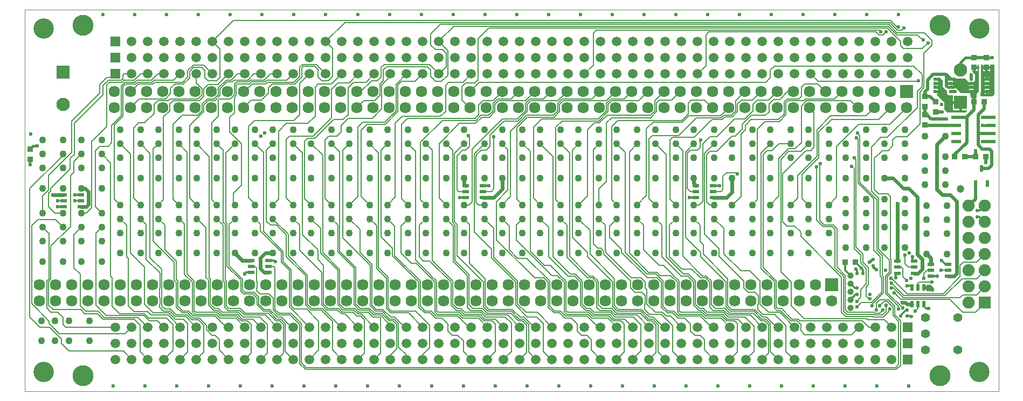
<source format=gbr>
G04 ================== begin FILE IDENTIFICATION RECORD ==================*
G04 Layout Name:  C:/NOW_WORK/VoloKh/CPI2/MAIN/BRD/CPI2_MAIN.brd*
G04 Film Name:    BOTTOM*
G04 File Format:  Gerber RS274X*
G04 File Origin:  Cadence Allegro 17.2-S074*
G04 Origin Date:  Tue Mar 30 10:27:56 2021*
G04 *
G04 Layer:  BOARD GEOMETRY/OUTLINE*
G04 Layer:  ETCH/BOTTOM*
G04 Layer:  PIN/BOTTOM*
G04 Layer:  VIA CLASS/BOTTOM*
G04 *
G04 Offset:    (0.0000 0.0000)*
G04 Mirror:    No*
G04 Mode:      Positive*
G04 Rotation:  0*
G04 FullContactRelief:  No*
G04 UndefLineWidth:     0.1000*
G04 ================== end FILE IDENTIFICATION RECORD ====================*
%FSLAX25Y25*MOMM*%
%IR0*IPPOS*OFA0.00000B0.00000*MIA0B0*SFA1.00000B1.00000*%
%ADD16R,1.1X.6*%
%ADD25R,.6X1.1*%
%ADD28R,.6X1.05*%
%ADD29R,1.55X.6*%
%ADD14C,.6*%
%ADD23C,.55*%
%ADD13R,.9X.9*%
%ADD22C,1.*%
%ADD11C,1.1*%
%ADD27C,1.2*%
%ADD17C,2.1*%
%ADD24C,1.4*%
%ADD10C,3.2*%
%ADD19C,1.5*%
%ADD15C,3.3*%
%ADD21R,2.X2.*%
%ADD26C,1.9*%
%ADD18R,2.1X2.1*%
%ADD20R,1.5X1.5*%
%ADD30R,.49X.47*%
%ADD31R,1.9X1.9*%
%ADD12C,1.79*%
%ADD32C,.3*%
%ADD33C,.4*%
%ADD34C,.5*%
%ADD35C,.15*%
%ADD36C,.1*%
%ADD37R,.7444X2.6744*%
G75*
%LPD*%
G75*
G36*
G01X14167720Y1570000D02*
Y1675000D01*
X14230000D01*
X14285000Y1620000D01*
Y1570000D01*
X14167720D01*
G37*
G36*
G01X14495000Y4380000D02*
X14445000Y4430000D01*
Y4489310D01*
X14445510Y4490360D01*
G03Y4529640I-40510J19640D01*
G01X14445000Y4530690D01*
Y4540000D01*
X14326060Y4658940D01*
G02X14333250Y4676280I7188J7180D01*
G01X14341720D01*
Y4930000D01*
X14375000D01*
X14420000Y4885000D01*
Y4790000D01*
X14485000Y4725000D01*
Y4680000D01*
X14510000Y4655000D01*
X14579980D01*
Y4419980D01*
X14805000D01*
Y4405000D01*
X14780000Y4380000D01*
X14495000D01*
G37*
G36*
G01X14860000Y4612720D02*
Y4676280D01*
X14906720D01*
Y4866720D01*
X14925000Y4885000D01*
Y4985000D01*
X14885000Y5025000D01*
Y5032280D01*
X14967720D01*
Y5135000D01*
X14990000D01*
Y4710000D01*
X14955000Y4675000D01*
Y4612720D01*
X14860000D01*
G37*
G36*
G01X14705000Y4690000D02*
X14635000Y4760000D01*
X14582720D01*
Y4930000D01*
X14615000D01*
X14625000Y4920000D01*
X14775000D01*
X14830000Y4865000D01*
X14832280D01*
Y4690000D01*
X14705000D01*
G37*
G36*
G01X14485000Y4760000D02*
X14455000Y4790000D01*
Y4980000D01*
X14485000D01*
X14512610Y4952390D01*
G02X14509020Y4943720I-3594J-3590D01*
G01X14508280D01*
Y4760000D01*
X14485000D01*
G37*
G36*
G01X15025000Y4635000D02*
X15010000Y4650000D01*
Y4690000D01*
X15025000Y4705000D01*
Y5135000D01*
X15052280D01*
Y5032280D01*
X15167720D01*
Y5135000D01*
X15230000D01*
Y4665000D01*
X15200000Y4635000D01*
X15025000D01*
G37*
%LPC*%
G75*
G54D37*
X15110500Y4810000D03*
%LPD*%
G75*
G54D10*
X300000Y300000D03*
Y5700000D03*
X15000000Y300000D03*
Y5700000D03*
G54D20*
X1427000Y5246000D03*
Y4992000D03*
Y5500000D03*
X13873000Y500000D03*
Y754000D03*
Y1008000D03*
G54D11*
X260000Y790000D03*
Y1110000D03*
X280000Y2360000D03*
Y2040000D03*
Y3190000D03*
Y2580000D03*
Y2800000D03*
Y3730000D03*
Y3510000D03*
Y3950000D03*
X480000Y790000D03*
X700000D03*
X1020000D03*
X480000Y1110000D03*
X700000D03*
X1020000D03*
X890000Y2360000D03*
Y2040000D03*
X600000Y2360000D03*
Y2040000D03*
X890000Y3190000D03*
X600000D03*
X890000Y2580000D03*
Y2800000D03*
X600000D03*
Y2580000D03*
X890000Y3730000D03*
Y3510000D03*
X600000Y3730000D03*
Y3510000D03*
X890000Y3950000D03*
X600000D03*
X1500000Y2490000D03*
Y2170000D03*
X1820000Y2490000D03*
Y2170000D03*
X1210000Y2360000D03*
Y2040000D03*
Y3190000D03*
X1500000Y2710000D03*
Y2930000D03*
X1820000D03*
Y2710000D03*
X1210000Y2800000D03*
Y2580000D03*
X1500000Y3890000D03*
Y3670000D03*
Y3350000D03*
X1820000Y3890000D03*
Y3670000D03*
Y3350000D03*
X1210000Y3730000D03*
Y3510000D03*
X1500000Y4110000D03*
X1820000D03*
X1210000Y3950000D03*
X2100000Y2490000D03*
Y2170000D03*
X2420000Y2490000D03*
Y2170000D03*
X2100000Y2710000D03*
Y2930000D03*
X2420000D03*
Y2710000D03*
X2100000Y3890000D03*
Y3670000D03*
Y3350000D03*
X2420000Y3890000D03*
Y3670000D03*
Y3350000D03*
X2100000Y4110000D03*
X2420000D03*
X2700000Y2490000D03*
Y2170000D03*
X3020000Y2490000D03*
Y2170000D03*
X2700000Y2710000D03*
Y2930000D03*
X3020000D03*
Y2710000D03*
X2700000Y3890000D03*
Y3670000D03*
Y3350000D03*
X3020000Y3890000D03*
Y3670000D03*
Y3350000D03*
X2700000Y4110000D03*
X3020000D03*
X3900000Y2490000D03*
Y2170000D03*
X3300000Y2490000D03*
Y2170000D03*
X3620000Y2490000D03*
Y2170000D03*
X3900000Y2710000D03*
Y2930000D03*
X3300000Y2710000D03*
Y2930000D03*
X3620000D03*
Y2710000D03*
X3900000Y3890000D03*
Y3670000D03*
Y3350000D03*
X3300000Y3890000D03*
Y3670000D03*
Y3350000D03*
X3620000Y3890000D03*
Y3670000D03*
Y3350000D03*
X3900000Y4110000D03*
X3300000D03*
X3620000D03*
X4500000Y2490000D03*
Y2170000D03*
X4220000Y2490000D03*
Y2170000D03*
X4500000Y2710000D03*
Y2930000D03*
X4220000D03*
Y2710000D03*
X4500000Y3890000D03*
Y3670000D03*
Y3350000D03*
X4220000Y3890000D03*
Y3670000D03*
Y3350000D03*
X4500000Y4110000D03*
X4220000D03*
X5100000Y2490000D03*
Y2170000D03*
X4820000Y2490000D03*
Y2170000D03*
X5100000Y2710000D03*
Y2930000D03*
X4820000D03*
Y2710000D03*
X5100000Y3890000D03*
Y3670000D03*
Y3350000D03*
X4820000Y3890000D03*
Y3670000D03*
Y3350000D03*
X5100000Y4110000D03*
X4820000D03*
X5700000Y2490000D03*
Y2170000D03*
X5420000Y2490000D03*
Y2170000D03*
X5700000Y2710000D03*
Y2930000D03*
X5420000D03*
Y2710000D03*
X5700000Y3890000D03*
Y3670000D03*
Y3350000D03*
X5420000Y3890000D03*
Y3670000D03*
Y3350000D03*
X5700000Y4110000D03*
X5420000D03*
X6300000Y2490000D03*
Y2170000D03*
X6620000Y2490000D03*
Y2170000D03*
X6020000Y2490000D03*
Y2170000D03*
X6300000Y2710000D03*
Y2930000D03*
X6620000D03*
Y2710000D03*
X6020000Y2930000D03*
Y2710000D03*
X6300000Y3890000D03*
Y3670000D03*
Y3350000D03*
X6620000Y3890000D03*
Y3670000D03*
Y3350000D03*
X6020000Y3890000D03*
Y3670000D03*
Y3350000D03*
X6300000Y4110000D03*
X6620000D03*
X6020000D03*
X6900000Y2490000D03*
Y2170000D03*
X7220000Y2490000D03*
Y2170000D03*
X6900000Y2710000D03*
Y2930000D03*
X7220000D03*
Y2710000D03*
X6900000Y3890000D03*
Y3670000D03*
Y3350000D03*
X7220000Y3890000D03*
Y3670000D03*
Y3350000D03*
X6900000Y4110000D03*
X7220000D03*
X7500000Y2490000D03*
Y2170000D03*
X7820000Y2490000D03*
Y2170000D03*
X7500000Y2710000D03*
Y2930000D03*
X7820000D03*
Y2710000D03*
X7500000Y3890000D03*
Y3670000D03*
Y3350000D03*
X7820000Y3890000D03*
Y3670000D03*
Y3350000D03*
X7500000Y4110000D03*
X7820000D03*
X8700000Y2490000D03*
Y2170000D03*
X8100000Y2490000D03*
Y2170000D03*
X8420000Y2490000D03*
Y2170000D03*
X8700000Y2710000D03*
Y2930000D03*
X8100000Y2710000D03*
Y2930000D03*
X8420000D03*
Y2710000D03*
X8700000Y3890000D03*
Y3670000D03*
Y3350000D03*
X8100000Y3890000D03*
Y3670000D03*
Y3350000D03*
X8420000Y3890000D03*
Y3670000D03*
Y3350000D03*
X8700000Y4110000D03*
X8100000D03*
X8420000D03*
X9020000Y2490000D03*
Y2170000D03*
X9300000Y2490000D03*
Y2170000D03*
X9020000Y2930000D03*
Y2710000D03*
X9300000D03*
Y2930000D03*
Y3890000D03*
Y3670000D03*
Y3350000D03*
X9020000Y3890000D03*
Y3670000D03*
Y3350000D03*
X9300000Y4110000D03*
X9020000D03*
X9910000Y2490000D03*
Y2170000D03*
X9620000Y2490000D03*
Y2170000D03*
X9910000Y2710000D03*
Y2930000D03*
X9620000D03*
Y2710000D03*
Y3890000D03*
Y3670000D03*
Y3350000D03*
X9910000Y3890000D03*
Y3670000D03*
Y3350000D03*
X9620000Y4110000D03*
X9910000D03*
X10510000Y2490000D03*
Y2170000D03*
X10830000Y2490000D03*
Y2170000D03*
X10230000Y2490000D03*
Y2170000D03*
X10510000Y2710000D03*
Y2930000D03*
X10830000D03*
Y2710000D03*
X10230000Y2930000D03*
Y2710000D03*
X10510000Y3890000D03*
Y3670000D03*
Y3350000D03*
X10830000Y3890000D03*
Y3670000D03*
Y3350000D03*
X10230000Y3890000D03*
Y3670000D03*
Y3350000D03*
X10510000Y4110000D03*
X10830000D03*
X10230000D03*
X11110000Y2490000D03*
Y2170000D03*
X11430000Y2490000D03*
Y2170000D03*
X11110000Y2710000D03*
Y2930000D03*
X11430000D03*
Y2710000D03*
X11110000Y3890000D03*
Y3670000D03*
Y3350000D03*
X11430000Y3890000D03*
Y3670000D03*
Y3350000D03*
X11110000Y4110000D03*
X11430000D03*
X11710000Y2490000D03*
Y2170000D03*
X12030000Y2490000D03*
Y2170000D03*
X11710000Y2710000D03*
Y2930000D03*
X12030000D03*
Y2710000D03*
X11710000Y3890000D03*
Y3670000D03*
Y3350000D03*
X12030000Y3890000D03*
Y3670000D03*
Y3350000D03*
X11710000Y4110000D03*
X12030000D03*
X12310000Y2490000D03*
Y2170000D03*
X12630000Y2490000D03*
Y2170000D03*
X12900000Y2260000D03*
X12310000Y2710000D03*
Y2930000D03*
X12630000D03*
Y2710000D03*
X12900000Y2800000D03*
Y3020000D03*
Y2580000D03*
X12310000Y3890000D03*
Y3670000D03*
Y3350000D03*
X12630000Y3890000D03*
Y3670000D03*
Y3350000D03*
X12900000Y3890000D03*
Y3670000D03*
Y3350000D03*
X12310000Y4110000D03*
X12630000D03*
X12900000D03*
X13510000Y2260000D03*
X13220000D03*
X13510000Y2800000D03*
Y3020000D03*
Y2580000D03*
X13220000Y3020000D03*
Y2800000D03*
Y2580000D03*
X13510000Y3890000D03*
Y3670000D03*
Y3350000D03*
X13220000Y3890000D03*
Y3670000D03*
Y3350000D03*
X13510000Y4110000D03*
X13220000D03*
X13830000Y2260000D03*
X14170000Y2480000D03*
Y2160000D03*
X13830000Y3020000D03*
Y2800000D03*
Y2580000D03*
X14170000Y2700000D03*
Y2920000D03*
X14140000Y3250000D03*
Y3470000D03*
Y3690000D03*
X13830000Y3890000D03*
Y3670000D03*
Y3350000D03*
X14140000Y4010000D03*
X13830000Y4110000D03*
X14490000Y2480000D03*
Y2160000D03*
Y2920000D03*
Y2700000D03*
X14460000Y3470000D03*
Y3250000D03*
Y3690000D03*
Y4010000D03*
G54D12*
X234000Y1416000D03*
X488000D03*
X234000Y1670000D03*
X488000D03*
X742000Y1416000D03*
X996000D03*
X742000Y1670000D03*
X996000D03*
X1250000Y1416000D03*
X1504000D03*
X1758000D03*
X1250000Y1670000D03*
X1504000D03*
X1758000D03*
X1404000Y4456000D03*
X1658000D03*
X1404000Y4710000D03*
X1658000D03*
X2012000Y1416000D03*
X2266000D03*
X2520000D03*
X2012000Y1670000D03*
X2266000D03*
X2520000D03*
X1912000Y4456000D03*
X2166000D03*
X2420000D03*
X1912000Y4710000D03*
X2166000D03*
X2420000D03*
X2774000Y1416000D03*
X3028000D03*
X2774000Y1670000D03*
X3028000D03*
X2674000Y4456000D03*
X2928000D03*
X3182000D03*
X2674000Y4710000D03*
X2928000D03*
X3182000D03*
X3282000Y1416000D03*
X3536000D03*
X3790000D03*
X3282000Y1670000D03*
X3536000D03*
X3790000D03*
X3436000Y4456000D03*
X3690000D03*
X3944000D03*
X3436000Y4710000D03*
X3690000D03*
X3944000D03*
X4044000Y1416000D03*
X4298000D03*
X4552000D03*
X4044000Y1670000D03*
X4298000D03*
X4552000D03*
X4198000Y4456000D03*
X4452000D03*
X4198000Y4710000D03*
X4452000D03*
X4806000Y1416000D03*
X5060000D03*
X5314000D03*
X4806000Y1670000D03*
X5060000D03*
X5314000D03*
X4706000Y4456000D03*
X4960000D03*
X5214000D03*
X4706000Y4710000D03*
X4960000D03*
X5214000D03*
X5568000Y1416000D03*
X5822000D03*
X5568000Y1670000D03*
X5822000D03*
X5468000Y4456000D03*
X5722000D03*
X5976000D03*
X5468000Y4710000D03*
X5722000D03*
X5976000D03*
X6076000Y1416000D03*
X6330000D03*
X6584000D03*
X6076000Y1670000D03*
X6330000D03*
X6584000D03*
X6230000Y4456000D03*
X6484000D03*
X6230000Y4710000D03*
X6484000D03*
X6838000Y1416000D03*
X7092000D03*
X7346000D03*
X6838000Y1670000D03*
X7092000D03*
X7346000D03*
X6738000Y4456000D03*
X6992000D03*
X7246000D03*
X6738000Y4710000D03*
X6992000D03*
X7246000D03*
X7600000Y1416000D03*
Y1670000D03*
X7854000Y1416000D03*
Y1670000D03*
X8108000Y1416000D03*
Y1670000D03*
X7500000Y4456000D03*
X7754000D03*
X8008000D03*
X7500000Y4710000D03*
X7754000D03*
X8008000D03*
X8362000Y1416000D03*
Y1670000D03*
X8616000Y1416000D03*
Y1670000D03*
X8262000Y4456000D03*
X8516000D03*
X8770000D03*
X8262000Y4710000D03*
X8516000D03*
X8770000D03*
X8870000Y1416000D03*
Y1670000D03*
X9124000Y1416000D03*
Y1670000D03*
X9378000Y1416000D03*
Y1670000D03*
X9024000Y4456000D03*
X9278000D03*
X9024000Y4710000D03*
X9278000D03*
X9632000Y1416000D03*
Y1670000D03*
X9886000Y1416000D03*
Y1670000D03*
X10140000Y1416000D03*
Y1670000D03*
X9532000Y4456000D03*
X9786000D03*
X10040000D03*
X9532000Y4710000D03*
X9786000D03*
X10040000D03*
X10394000Y1416000D03*
Y1670000D03*
X10648000Y1416000D03*
Y1670000D03*
X10294000Y4456000D03*
X10548000D03*
X10802000D03*
X10294000Y4710000D03*
X10548000D03*
X10802000D03*
X10902000Y1416000D03*
Y1670000D03*
X11156000Y1416000D03*
Y1670000D03*
X11410000Y1416000D03*
Y1670000D03*
X11056000Y4456000D03*
X11310000D03*
X11564000D03*
X11056000Y4710000D03*
X11310000D03*
X11564000D03*
X11664000Y1416000D03*
Y1670000D03*
X11918000Y1416000D03*
Y1670000D03*
X12172000Y1416000D03*
Y1670000D03*
X11818000Y4456000D03*
X12072000D03*
X11818000Y4710000D03*
X12072000D03*
X12426000Y1416000D03*
Y1670000D03*
X12680000Y1416000D03*
X12326000Y4456000D03*
X12580000D03*
X12834000D03*
X12326000Y4710000D03*
X12580000D03*
X12834000D03*
X13088000Y4456000D03*
X13342000D03*
X13596000D03*
X13088000Y4710000D03*
X13342000D03*
X13596000D03*
X13850000Y4456000D03*
G54D30*
X14869500Y4712500D03*
Y4777500D03*
Y4842500D03*
Y4907500D03*
X14545500D03*
Y4842500D03*
Y4777500D03*
Y4712500D03*
X14304500D03*
Y4777500D03*
Y4842500D03*
Y4907500D03*
X15110500D03*
Y4842500D03*
Y4777500D03*
Y4712500D03*
G54D21*
X12680000Y1670000D03*
X13850000Y4710000D03*
G54D31*
X15080000Y1390000D03*
G54D22*
X12970000Y1310000D03*
Y1437000D03*
Y1564000D03*
Y1691000D03*
Y1818000D03*
G54D13*
X90000Y3810000D03*
Y3650000D03*
X12890000Y2030000D03*
X13050000D03*
X14145000Y4185000D03*
Y4345000D03*
Y4480000D03*
X14310000Y4550000D03*
Y4390000D03*
X14145000Y4640000D03*
X14610000Y3685000D03*
X14770000D03*
X14935000D03*
X14910000Y4555000D03*
Y5250000D03*
Y5090000D03*
X15095000Y3685000D03*
X15070000Y4555000D03*
X15110000Y5090000D03*
Y5250000D03*
G54D32*
G01X90000Y3650000D02*
Y3562300D01*
G01X615000Y2900000D02*
X517300D01*
G01X885000Y3090000D02*
X787300D01*
G01X3555000Y1865000D02*
X3475000D01*
X3455000Y1845000D01*
G01X3825000Y2055000D02*
X3915000D01*
X3935000Y2035000D01*
G01X6925000Y3045000D02*
X6835000D01*
G01X7195000Y3235000D02*
X7295000D01*
G01X10545000Y3045000D02*
X10445000D01*
G01X10815000Y3235000D02*
X10912700D01*
G01X12890000Y2030000D02*
Y1898000D01*
X12970000Y1818000D01*
G01X13070000Y1620000D02*
X13041000D01*
X12970000Y1691000D01*
G01X13070000Y1520000D02*
X13053000D01*
X12970000Y1437000D01*
G01X13070000Y1850000D02*
Y1910000D01*
X13060000Y1920000D01*
G01X13050000Y2030000D02*
X13140000Y1940000D01*
Y1932700D01*
G01X13170000Y1850000D02*
Y1902700D01*
X13140000Y1932700D01*
G01X13860000Y1277700D02*
X13847700D01*
X13760000Y1190000D01*
Y1180000D01*
G01X14125000Y1365000D02*
Y1335000D01*
X14160000Y1300000D01*
X14196520D01*
G01X13935000Y1635000D02*
X13910000Y1660000D01*
X13862300D01*
G01X13683410Y1780850D02*
Y1833410D01*
X13705000Y1855000D01*
G01X13860000Y1180000D02*
X13926870D01*
X13932700Y1174170D01*
G01X13975000Y2045000D02*
X13950000Y2070000D01*
Y2117700D01*
G01X14235000Y1805000D02*
X14332700D01*
G01X14403900Y2054350D02*
X14463250Y1995000D01*
X14505000D01*
G01X14960000Y2840000D02*
X15006000D01*
X15080000Y2914000D01*
G01X14960000Y2740000D02*
X15000000D01*
X15080000Y2660000D01*
G54D23*
X13070000Y1620000D03*
Y1520000D03*
X13330000Y1970000D03*
Y2070000D03*
X13070000Y1850000D03*
X13170000D03*
X13760000Y1180000D03*
X13860000D03*
X14960000Y2840000D03*
Y2740000D03*
G54D14*
G01X885000Y2900000D02*
X965000D01*
X1002500Y2937500D01*
Y3140000D01*
X952500Y3190000D01*
X890000D01*
G01X615000Y3090000D02*
X517300D01*
G01D02*
X444600D01*
G01X3900000Y2170000D02*
X3775000D01*
X3700000Y2095000D01*
Y1925000D01*
X3760000Y1865000D01*
X3825000D01*
G01X3555000Y2055000D02*
X3415000D01*
X3300000Y2170000D01*
G01X7500000Y3350000D02*
Y3180000D01*
X7365000Y3045000D01*
X7195000D01*
G01X6900000Y3350000D02*
Y3260000D01*
X6925000Y3235000D01*
G01X11110000Y3350000D02*
Y3130000D01*
X11025000Y3045000D01*
X10815000D01*
G01X10510000Y3350000D02*
Y3270000D01*
X10545000Y3235000D01*
G01X13510000Y3350000D02*
X13645000D01*
X13805000Y3190000D01*
X13890000D01*
X14025000Y3055000D01*
Y2150000D01*
X14095000Y2080000D01*
Y1915000D01*
X14035000Y1855000D01*
X13975000D01*
G01X13935000Y1365000D02*
X13857500D01*
G01D02*
X13832500Y1390000D01*
X13785000D01*
G01X14203480Y1649220D02*
X14254890Y1597810D01*
G01X14203480Y1649220D02*
X14189260Y1635000D01*
G01D02*
X14125000D01*
G01X14235000Y1995000D02*
Y2095000D01*
X14170000Y2160000D01*
G01X13705000Y2045000D02*
X13707500Y2047500D01*
Y2880000D01*
G01D02*
Y2952700D01*
G01X14460000Y4010000D02*
X14330000Y3880000D01*
Y3175000D01*
X14420000Y3085000D01*
X14535000D01*
X14637440Y2982560D01*
Y1847440D01*
X14595000Y1805000D01*
X14505000D01*
X200000Y3855000D03*
X90000Y3562300D03*
X95000Y4047700D03*
X444600Y3090000D03*
X517300D03*
Y2995000D03*
X787300Y3090000D03*
X517300Y2900000D03*
X785000Y2995000D03*
X1390000Y80000D03*
X1730000Y5920000D03*
X1230000D03*
X2390000Y80000D03*
X1890000D03*
X2230000Y5920000D03*
X2890000Y80000D03*
X2730000Y5920000D03*
X3890000Y80000D03*
X3390000D03*
X3455000Y1845000D03*
X3710000Y4010000D03*
X3770000Y4060000D03*
X3230000Y5920000D03*
X3730000D03*
X4390000Y80000D03*
X3935000Y2035000D03*
X4230000Y5920000D03*
X4890000Y80000D03*
X4730000Y5920000D03*
X5230000D03*
X5390000Y80000D03*
X5890000D03*
X5730000Y5920000D03*
X6390000Y80000D03*
X6230000Y5920000D03*
X6890000Y80000D03*
X6835000Y3045000D03*
X7295000Y3235000D03*
X6970000Y4020000D03*
X7230000Y5920000D03*
X6730000D03*
X7890000Y80000D03*
X7390000D03*
X7370000Y4000000D03*
X7730000Y5920000D03*
X8390000Y80000D03*
X8730000Y5920000D03*
X8230000D03*
X9390000Y80000D03*
X8890000D03*
X9230000Y5920000D03*
X9890000Y80000D03*
X9730000Y5920000D03*
X10390000Y80000D03*
X10445000Y3045000D03*
X10620000Y3947500D03*
X10730000Y5920000D03*
X10230000D03*
X11390000Y80000D03*
X10890000D03*
X11195000Y3420000D03*
X10912700Y3235000D03*
X11230000Y5920000D03*
X11890000Y80000D03*
X11730000Y5920000D03*
X12890000Y80000D03*
X12390000D03*
X12500000Y3580000D03*
X12435000Y3527500D03*
X12230000Y5920000D03*
X12730000D03*
X13390000Y80000D03*
X13070000Y1415000D03*
X13375000Y1277700D03*
X13427500Y1342500D03*
X13070000Y1325000D03*
X13480000Y1279290D03*
X13280000Y1450000D03*
X13314170Y1345830D03*
X13275000Y1525000D03*
X13587500Y1290000D03*
X13532500Y1350000D03*
X13525000Y1905000D03*
X13375000Y1910000D03*
X13060000Y1920000D03*
X13267300Y2025000D03*
X13140000Y1932700D03*
X12990000Y3540000D03*
X13030000Y3670000D03*
X13065000Y3985000D03*
X13086100Y4057860D03*
X13230000Y5920000D03*
X13530000Y5652500D03*
X13450000Y5654630D03*
X13890000Y80000D03*
X14127810Y1772570D03*
X13849500Y1739670D03*
X13654520Y1544520D03*
X13617870Y1697870D03*
X13990000Y1260000D03*
X13610000Y1777500D03*
X13862300Y1660000D03*
X13683410Y1780850D03*
X13860000Y1277700D03*
X14196520Y1300000D03*
X13620000Y1620000D03*
X13925000Y1775000D03*
X13785000Y1390000D03*
X13857500Y1365000D03*
X13794890Y1310060D03*
X14255000Y1716620D03*
X14254890Y1597810D03*
X14203480Y1649220D03*
X13725000Y1290000D03*
X13932700Y1174170D03*
X13895000Y2170000D03*
X13950000Y2117700D03*
X13825000Y2140000D03*
X13707500Y2952700D03*
Y2880000D03*
X14040000Y4880000D03*
X14113000Y5522500D03*
X13730000Y5920000D03*
X13810000Y5712500D03*
X14187870Y5477870D03*
X13730000Y5732500D03*
X14332700Y1805000D03*
X14395000Y1900000D03*
X14403900Y2054350D03*
X14935000Y3785000D03*
X14480000Y4285000D03*
X14410000Y4390000D03*
X14405000Y4510000D03*
X14869500Y4973700D03*
X14612700Y4712500D03*
X15095000Y3597300D03*
X15049800Y4183500D03*
Y3929500D03*
X15049500Y4310500D03*
X15055000Y4990000D03*
X15125000D03*
X15200000D03*
X15195000Y4895000D03*
Y4820000D03*
X15045000Y4670000D03*
X15195000Y4677300D03*
Y4750000D03*
X15197700Y5250000D03*
X15005000D03*
G54D33*
G01X90000Y3810000D02*
X89960Y3810300D01*
X124700Y3854960D01*
X189960D01*
X190000Y3855000D01*
X200000D01*
G01X13330000Y1970000D02*
Y1955000D01*
X13375000Y1910000D01*
G01X13330000Y2070000D02*
X13312300D01*
X13267300Y2025000D01*
G01X14700000Y4414900D02*
Y4540000D01*
G01X14574900D02*
X14700000D01*
G01X14304500Y4907500D02*
X14346800D01*
G01X14304500Y4842500D02*
X14346800D01*
G01X14304500Y4777500D02*
X14346800D01*
G01X14304500Y4712500D02*
X14346800D01*
G01X14700000Y5048000D02*
Y5170000D01*
X14780000Y5250000D01*
X14910000D01*
G01Y5027200D02*
Y5090000D01*
G01D02*
X14972800D01*
G01X14827200Y4842500D02*
X14869500D01*
G01D02*
X14911800D01*
G01X14827200Y4777500D02*
X14869500D01*
G01D02*
X14911800D01*
G01X14869500Y4671200D02*
Y4712500D01*
G01X14827200D02*
X14869500D01*
G01D02*
X14911800D01*
G01X14503200Y4907500D02*
X14545500D01*
G01D02*
X14587800D01*
G01X14503200Y4842500D02*
X14545500D01*
G01D02*
X14587800D01*
G01X14503200Y4777500D02*
X14545500D01*
G01D02*
X14587800D01*
G01X15170000Y4183500D02*
X15049800D01*
G01X15110000Y5027200D02*
Y5090000D01*
G01X15047200D02*
X15110000D01*
G01D02*
X15172800D01*
G01X15110500Y4907500D02*
Y4948800D01*
G01X15068200Y4907500D02*
X15110500D01*
G01D02*
X15152800D01*
G01X15068200Y4842500D02*
X15110500D01*
G01D02*
X15152800D01*
G01X15068200Y4777500D02*
X15110500D01*
G01D02*
X15152800D01*
G01X15110500Y4671200D02*
Y4712500D01*
G01X15068200D02*
X15110500D01*
G01D02*
X15152800D01*
G01X15110000Y5250000D02*
X15197700D01*
G54D15*
X919000Y246000D03*
Y5754000D03*
X14381000Y246000D03*
Y5754000D03*
G54D24*
X14146000Y1154000D03*
Y900000D03*
Y646000D03*
X14654000D03*
Y1154000D03*
G54D34*
G01X14480000Y4285000D02*
X14235000D01*
X14175000Y4345000D01*
X14145000D01*
G01D02*
Y4480000D01*
G01X14630000Y4183500D02*
X14146500D01*
X14145000Y4185000D01*
G01Y4640000D02*
Y4715000D01*
X14180000Y4750000D01*
Y4895000D01*
X14270360Y4985360D01*
X14467640D01*
X14545500Y4907500D01*
G01X14145000Y4640000D02*
X14220000D01*
X14310000Y4550000D01*
G01X14935000Y3266500D02*
Y3023000D01*
X14826000Y2914000D01*
G01X14770000Y3685000D02*
X14935000D01*
G01D02*
Y3785000D01*
G01X14799810Y4310500D02*
Y3909810D01*
X14610000Y3720000D01*
Y3685000D01*
G01X15030000Y3503500D02*
X15143500D01*
X15195000Y3555000D01*
Y3770000D01*
X15155000Y3810000D01*
X15040000D01*
X14975000Y3875000D01*
Y4056500D01*
G01X14310000Y4390000D02*
X14410000D01*
G01X14910000Y4555000D02*
Y4635000D01*
G01X14799810Y4310500D02*
Y4314810D01*
X14910000Y4425000D01*
Y4555000D01*
G01X14630000Y4310500D02*
X14799810D01*
G01X15170000Y4056500D02*
X14975000D01*
G01D02*
Y4350000D01*
X15070000Y4445000D01*
Y4555000D01*
G01X14869500Y4907500D02*
Y4973700D01*
G01X14545500Y4712500D02*
X14612700D01*
G01X14910000Y5250000D02*
X15005000D01*
G01X15095000Y3685000D02*
Y3597300D01*
G01X15170000Y4310500D02*
X15049500D01*
G01X15170000Y3929500D02*
X15049800D01*
G01X15110000Y5250000D02*
X15005000D01*
G54D25*
X13935000Y1635000D03*
X14030000D03*
X14125000D03*
Y1365000D03*
X14030000D03*
X13935000D03*
G54D16*
X615000Y2900000D03*
Y2995000D03*
Y3090000D03*
X885000D03*
Y2995000D03*
Y2900000D03*
X3555000Y1865000D03*
Y1960000D03*
Y2055000D03*
X3825000D03*
Y1960000D03*
Y1865000D03*
X6925000Y3045000D03*
Y3140000D03*
X7195000D03*
Y3045000D03*
X6925000Y3235000D03*
X7195000D03*
X10545000Y3045000D03*
Y3140000D03*
X10815000D03*
Y3045000D03*
X10545000Y3235000D03*
X10815000D03*
X14235000Y1805000D03*
Y1900000D03*
Y1995000D03*
X13705000Y1855000D03*
Y1950000D03*
Y2045000D03*
X13975000D03*
Y1950000D03*
Y1855000D03*
X14505000Y1805000D03*
Y1995000D03*
Y1900000D03*
G54D35*
G01X1681000Y1008000D02*
X1573000Y900000D01*
X545010D01*
X385000Y1060010D01*
Y1100000D01*
X111100Y1373900D01*
Y2601100D01*
X207490Y2697490D01*
X482510D01*
X600000Y2580000D01*
G01Y3730000D02*
Y3705000D01*
X81100Y3186100D01*
Y1163900D01*
X240000Y1005000D01*
X390000D01*
X580000Y815000D01*
Y750000D01*
X700000Y630000D01*
X1551000D01*
X1681000Y500000D01*
G01X890000Y3730000D02*
X770000Y3610000D01*
Y3445000D01*
X720000Y3395000D01*
Y2590000D01*
X410000Y2280000D01*
Y1757560D01*
X376000Y1723560D01*
Y1353990D01*
X449990Y1280000D01*
X880010D01*
X945010Y1215000D01*
X1145010D01*
X1230010Y1130000D01*
X1720000D01*
X1810000Y1040000D01*
Y625000D01*
X1935000Y500000D01*
G01X1427000Y1008000D02*
X647000D01*
X605000Y1050000D01*
Y1155000D01*
X515000Y1245000D01*
X410000D01*
X346000Y1309000D01*
Y1735990D01*
X380000Y1769990D01*
Y2480000D01*
X280000Y2580000D01*
G01X600000Y2800000D02*
X480000D01*
X375000Y2905000D01*
Y3110010D01*
X410000Y3145010D01*
Y3190000D01*
X715000Y3495000D01*
Y3660000D01*
X780000Y3725000D01*
Y4215000D01*
X1230000Y4665000D01*
Y4810000D01*
X1310000Y4890000D01*
X1520000D01*
X1540000Y4910000D01*
Y4970000D01*
X1562000Y4992000D01*
X1681000D01*
G01X1427000D02*
X1365000Y4930000D01*
X1290000D01*
X1180000Y4820000D01*
Y4690010D01*
X740000Y4250010D01*
Y3760390D01*
X370000Y3390390D01*
Y3160000D01*
X280000Y3070000D01*
Y2800000D01*
G01X1935000Y1008000D02*
X1783000Y1160000D01*
X1250010D01*
X1155010Y1255000D01*
X955000D01*
X870000Y1340000D01*
Y1840000D01*
X770000Y1940000D01*
Y2460000D01*
X890000Y2580000D01*
G01X615000Y2995000D02*
X517300D01*
G01X890000Y2800000D02*
X970000D01*
X1055000Y2885000D01*
Y3922570D01*
X1292000Y4159570D01*
Y4822000D01*
X1330000Y4860000D01*
X1532430D01*
X1562430Y4890000D01*
X1720000D01*
X1822000Y4992000D01*
X1935000D01*
G01X885000Y2995000D02*
X785000D01*
G01X2189000Y1008000D02*
X2087000Y1110000D01*
X1953400D01*
X1941100Y1122300D01*
X1937850D01*
X1870150Y1190000D01*
X1280000D01*
X1120000Y1350000D01*
Y2490000D01*
X1210000Y2580000D01*
G01X2443000Y1008000D02*
X2251000Y1200000D01*
X1979990D01*
X1929990Y1250000D01*
X1720000D01*
X1630000Y1340000D01*
Y2087570D01*
X1600000Y2117570D01*
Y2610000D01*
X1500000Y2710000D01*
G01X2189000Y500000D02*
X2330000Y641000D01*
Y1050000D01*
X2227700Y1152300D01*
X1950280D01*
X1882580Y1220000D01*
X1490000D01*
X1375000Y1335000D01*
Y1780000D01*
X1350000Y1805000D01*
Y3590000D01*
X1210000Y3730000D01*
G01X2443000Y500000D02*
X2560000Y617000D01*
Y1060000D01*
X2490000Y1130000D01*
X2363430D01*
X2263430Y1230000D01*
X2020000D01*
X1880000Y1370000D01*
Y1950000D01*
X1660000Y2170000D01*
Y3730000D01*
X1500000Y3890000D01*
G01Y2930000D02*
X1410000Y3020000D01*
Y4185140D01*
X1546000Y4321140D01*
Y4788710D01*
X1587290Y4830000D01*
X1744860D01*
X1774860Y4860000D01*
X2002430D01*
X2032430Y4890000D01*
X2341000D01*
X2443000Y4992000D01*
G01X1210000Y2800000D02*
X1110000Y2900000D01*
Y3785000D01*
X1175000Y3850000D01*
X1310000D01*
X1365000Y3905000D01*
Y4182570D01*
X1516000Y4333570D01*
Y4801140D01*
X1574860Y4860000D01*
X1732430D01*
X1762430Y4890000D01*
X1990000D01*
X2092000Y4992000D01*
X2189000D01*
G01X2697000D02*
Y4845400D01*
X2786000Y4756400D01*
Y4663600D01*
X2720400Y4598000D01*
X2283010D01*
X2253010Y4568000D01*
X2093000D01*
X2035000Y4510000D01*
Y4370010D01*
X1884990Y4220000D01*
X1789990D01*
X1710000Y4140010D01*
Y3040000D01*
X1820000Y2930000D01*
G01X1658000Y4456000D02*
Y4458000D01*
X1798000Y4598000D01*
X2212400D01*
X2290000Y4675600D01*
Y4760000D01*
X2360000Y4830000D01*
X2492430D01*
X2590000Y4927570D01*
Y5027570D01*
X2652430Y5090000D01*
X2780000D01*
X2830000Y5040000D01*
Y4930000D01*
X2880000Y4880000D01*
X3020000D01*
X3070000Y4930000D01*
Y5381000D01*
X2951000Y5500000D01*
G01Y4992000D02*
X2813000Y5130000D01*
X2650000D01*
X2560000Y5040000D01*
Y4940000D01*
X2480000Y4860000D01*
X2044860D01*
X2014860Y4830000D01*
X1787290D01*
X1667290Y4710000D01*
X1658000D01*
G01X3205000Y500000D02*
X3060000Y645000D01*
Y810000D01*
X2990000Y880000D01*
X2941100D01*
X2853500Y967600D01*
Y1036500D01*
X2840000Y1050000D01*
Y1052430D01*
X2742430Y1150000D01*
X2639860D01*
X2559860Y1230000D01*
X2470000D01*
X2378000Y1322000D01*
Y1716400D01*
X2350000Y1744400D01*
Y2030000D01*
X2020000Y2360000D01*
Y3810000D01*
X2100000Y3890000D01*
G01X2697000Y1008000D02*
X2535000Y1170000D01*
X2365860D01*
X2275860Y1260000D01*
X2174160D01*
X2120000Y1314160D01*
Y1365600D01*
X2124000Y1369600D01*
Y1462400D01*
X2120000Y1466400D01*
Y1619600D01*
X2124000Y1623600D01*
Y1856000D01*
X1910000Y2070000D01*
Y2620000D01*
X1820000Y2710000D01*
G01X2697000Y500000D02*
X2810000Y613000D01*
Y1040000D01*
X2730000Y1120000D01*
X2627430D01*
X2547430Y1200000D01*
X2378290D01*
X2288290Y1290000D01*
X2200000D01*
X2154000Y1336000D01*
Y1916000D01*
X1970000Y2100000D01*
Y3740000D01*
X1820000Y3890000D01*
G01X3205000Y1008000D02*
X3164430D01*
X2992430Y1180000D01*
X2652290D01*
X2572290Y1260000D01*
X2482430D01*
X2408000Y1334430D01*
Y1728830D01*
X2380000Y1756830D01*
Y2042430D01*
X2200000Y2222430D01*
Y2610000D01*
X2100000Y2710000D01*
G01X2420000Y2930000D02*
X2330000Y3020000D01*
Y4200000D01*
X2474000Y4344000D01*
X2720400D01*
X2786000Y4409600D01*
Y4516000D01*
X2868000Y4598000D01*
X2974400D01*
X3040000Y4663600D01*
Y4770000D01*
X3164500Y4894500D01*
X3245400D01*
X3342900Y4992000D01*
X3459000D01*
G01X3205000D02*
X3035000Y4822000D01*
X2881600D01*
X2816000Y4756400D01*
Y4641000D01*
X2743000Y4568000D01*
X2328000D01*
X2278000Y4518000D01*
Y4409600D01*
X2180000Y4311600D01*
Y3010000D01*
X2100000Y2930000D01*
G01X2420000Y2710000D02*
X2430000D01*
X2510000Y2630000D01*
Y1838400D01*
X2632000Y1716400D01*
Y1248000D01*
X2670000Y1210000D01*
X3004860D01*
X3064860Y1150000D01*
X3317000D01*
X3459000Y1008000D01*
G01X2420000Y3890000D02*
X2550000Y3760000D01*
Y1840830D01*
X2662000Y1728830D01*
Y1260430D01*
X2682430Y1240000D01*
X3017290D01*
X3077290Y1180000D01*
X3329430D01*
X3403930Y1105500D01*
X3499400D01*
X3556500Y1048400D01*
Y596500D01*
X3460000Y500000D01*
X3459000D01*
G01X2700000Y2710000D02*
X2710000D01*
X2850000Y2570000D01*
Y1785000D01*
X2886000Y1749000D01*
Y1354000D01*
X2970000Y1270000D01*
X3029720D01*
X3089720Y1210000D01*
X3341860D01*
X3416360Y1135500D01*
X3585500D01*
X3713000Y1008000D01*
G01Y500000D02*
Y503000D01*
X3810000Y600000D01*
Y713090D01*
X3810500Y713600D01*
Y1048400D01*
X3693400Y1165500D01*
X3428790D01*
X3354290Y1240000D01*
X3102150D01*
X3042150Y1300000D01*
X3020000D01*
X3016000Y1304000D01*
X2981600D01*
X2916000Y1369600D01*
Y1763990D01*
X2900000Y1779990D01*
Y3690000D01*
X2700000Y3890000D01*
G01X3967000Y500000D02*
X4064500Y597500D01*
Y1048400D01*
X4007400Y1105500D01*
X3944500D01*
X3824500Y1225500D01*
X3464490D01*
X3389990Y1300000D01*
X3202440D01*
X3170000Y1332440D01*
Y1728830D01*
X3150000Y1748830D01*
Y2622430D01*
X3120000Y2652430D01*
Y3790000D01*
X3020000Y3890000D01*
G01Y2710000D02*
X3120000Y2610000D01*
Y1736400D01*
X3140000Y1716400D01*
Y1320010D01*
X3190010Y1270000D01*
X3377560D01*
X3452060Y1195500D01*
X3779500D01*
X3967000Y1008000D01*
G01X4221000Y500000D02*
X4094500Y626500D01*
Y1060830D01*
X4019830Y1135500D01*
X3956930D01*
X3836930Y1255500D01*
X3749670D01*
X3648000Y1357170D01*
Y1462400D01*
X3582400Y1528000D01*
X3439560D01*
X3394000Y1573560D01*
Y1746000D01*
X3180000Y1960000D01*
Y2634860D01*
X3160000Y2654860D01*
Y3750000D01*
X3300000Y3890000D01*
G01X3020000Y2930000D02*
X2942500Y3007500D01*
Y4222500D01*
X3040000Y4320000D01*
Y4578740D01*
X3059260Y4598000D01*
X3228400D01*
X3294000Y4663600D01*
Y4832740D01*
X3325760Y4864500D01*
X3516930D01*
X3546930Y4894500D01*
X3764500D01*
X3862000Y4992000D01*
X3967000D01*
G01X2700000Y2930000D02*
X2594410Y3035590D01*
Y4175580D01*
X2816000Y4397170D01*
Y4503570D01*
X2880430Y4568000D01*
X2986830D01*
X3070000Y4651170D01*
Y4757570D01*
X3176930Y4864500D01*
X3257830D01*
X3287830Y4894500D01*
X3504500D01*
X3602000Y4992000D01*
X3713000D01*
G01X13730000Y5732500D02*
X13697210D01*
X13599710Y5830000D01*
X3280000D01*
X2951000Y5501000D01*
Y5500000D01*
G01X13375000Y1277700D02*
Y1383790D01*
X13431210Y1440000D01*
X13562430D01*
X13670000Y1332430D01*
Y1199280D01*
X13760000Y1109280D01*
Y405000D01*
X13695000Y340000D01*
X4410000D01*
X4318500Y431500D01*
Y1048400D01*
X4171400Y1195500D01*
X3981790D01*
X3902000Y1275290D01*
Y1462400D01*
X3836400Y1528000D01*
X3692000D01*
X3640000Y1580000D01*
Y1615600D01*
X3648000Y1623600D01*
Y1716400D01*
X3640000Y1724400D01*
Y1940000D01*
X3620000Y1960000D01*
X3555000D01*
G01X3300000Y2710000D02*
X3210000Y2620000D01*
Y1972430D01*
X3424000Y1758430D01*
Y1585990D01*
X3451990Y1558000D01*
X3602000D01*
X3678000Y1482000D01*
Y1369600D01*
X3762100Y1285500D01*
X3849360D01*
X3969360Y1165500D01*
X4032260D01*
X4189760Y1008000D01*
X4221000D01*
G01X4475000D02*
X4156000Y1327000D01*
Y1901700D01*
X4030000Y2027700D01*
Y2187560D01*
X3710000Y2507560D01*
Y2510000D01*
X3700000Y2520000D01*
Y2630000D01*
X3620000Y2710000D01*
G01X4475000Y500000D02*
X4620000Y645000D01*
Y1100000D01*
X4430000Y1290000D01*
X4235430D01*
X4186000Y1339430D01*
Y1914130D01*
X4060000Y2040130D01*
Y2199990D01*
X3750000Y2509990D01*
Y3760000D01*
X3620000Y3890000D01*
G01X3825000Y1960000D02*
X3910000D01*
X3932000Y1938000D01*
Y1287720D01*
X3994220Y1225500D01*
X4183830D01*
X4348500Y1060830D01*
Y443930D01*
X4422430Y370000D01*
X13682570D01*
X13730000Y417430D01*
Y1096850D01*
X13640000Y1186850D01*
Y1320000D01*
X13550000Y1410000D01*
X13494570D01*
X13427500Y1342930D01*
Y1342500D01*
G01X3300000Y2930000D02*
X3280000Y2950000D01*
Y3113570D01*
X3405000Y3238570D01*
Y3895390D01*
X3222500Y4077890D01*
Y4302510D01*
X3294000Y4374010D01*
Y4621170D01*
X3324000Y4651170D01*
Y4820310D01*
X3338190Y4834500D01*
X3529360D01*
X3559360Y4864500D01*
X3776930D01*
X3802430Y4890000D01*
X4119000D01*
X4221000Y4992000D01*
G01X3620000Y2930000D02*
Y2940000D01*
X3515000Y3045000D01*
Y4165000D01*
X3610000Y4260000D01*
X4230000D01*
X4320000Y4350000D01*
Y4837000D01*
X4475000Y4992000D01*
G01X4983000Y500000D02*
X4838000Y645000D01*
Y1098310D01*
X4662310Y1274000D01*
X4493170D01*
X4410000Y1357170D01*
Y1817560D01*
X4110000Y2117560D01*
Y2457570D01*
X3957570Y2610000D01*
X3859990D01*
X3798000Y2671990D01*
Y3788000D01*
X3900000Y3890000D01*
G01X4729000Y5500000D02*
X4840000Y5389000D01*
Y4950000D01*
X4770000Y4880000D01*
X4670000D01*
X4610000Y4940000D01*
Y5060000D01*
X4560000Y5110000D01*
X4372430D01*
X4350000Y5087570D01*
Y4940670D01*
X4239330Y4830000D01*
X3890000D01*
X3830000Y4770000D01*
Y4691600D01*
X3718400Y4580000D01*
X3560000D01*
X3436000Y4456000D01*
G01X4729000Y4992000D02*
X4581000Y5140000D01*
X4360000D01*
X4320000Y5100000D01*
Y4953100D01*
X4226900Y4860000D01*
X3814860D01*
X3789360Y4834500D01*
X3574500D01*
X3450000Y4710000D01*
X3436000D01*
G01X4983000Y1008000D02*
X4970740D01*
X4674740Y1304000D01*
X4505600D01*
X4440000Y1369600D01*
Y1829990D01*
X4140000Y2129990D01*
Y2470000D01*
X3900000Y2710000D01*
G01X5237000Y1008000D02*
X5031000Y1214000D01*
X4976310D01*
X4916310Y1274000D01*
X4747170D01*
X4664000Y1357170D01*
Y1866000D01*
X4318000Y2212000D01*
Y2612000D01*
X4220000Y2710000D01*
G01Y3890000D02*
X4365000Y3745000D01*
Y2464990D01*
X4605000Y2224990D01*
Y2070000D01*
X4694000Y1981000D01*
Y1369600D01*
X4759600Y1304000D01*
X4928740D01*
X4988740Y1244000D01*
X5157880D01*
X5217880Y1184000D01*
X5272570D01*
X5334500Y1122070D01*
Y596500D01*
X5238000Y500000D01*
X5237000D01*
G01X4500000Y2710000D02*
X4648000Y2562000D01*
Y2169570D01*
X4918000Y1899570D01*
Y1357170D01*
X5001170Y1274000D01*
X5170310D01*
X5230310Y1214000D01*
X5285000D01*
X5491000Y1008000D01*
G01X4220000Y2930000D02*
X4110000Y3040000D01*
Y3960000D01*
X4160000Y4010000D01*
X4530000D01*
X4820000Y4300000D01*
Y4750000D01*
X4920000Y4850000D01*
X5095000D01*
X5237000Y4992000D01*
G01X4500000Y2930000D02*
X4400000Y3030000D01*
Y3930000D01*
X4450000Y3980000D01*
X4560000D01*
X4850000Y4270000D01*
X5000000D01*
X5080000Y4350000D01*
Y4770000D01*
X5170000Y4860000D01*
X5359000D01*
X5491000Y4992000D01*
G01X4983000D02*
X4821000Y4830000D01*
X4610000D01*
X4564000Y4784000D01*
Y4324000D01*
X4450000Y4210000D01*
X4110000D01*
X3990000Y4090000D01*
Y3020000D01*
X3900000Y2930000D01*
G01X4500000Y3890000D02*
X4680000Y3710000D01*
Y2180000D01*
X4948000Y1912000D01*
Y1369600D01*
X5013600Y1304000D01*
X5182740D01*
X5242740Y1244000D01*
X5391140D01*
X5469640Y1165500D01*
X5577640D01*
X5588500Y1154640D01*
Y713600D01*
X5588000Y713090D01*
Y600000D01*
X5491000Y503000D01*
Y500000D01*
G01X5745000D02*
Y567000D01*
X5842500Y664500D01*
Y1048400D01*
X5785400Y1105500D01*
X5722500D01*
X5602500Y1225500D01*
X5494500D01*
X5416000Y1304000D01*
X5267600D01*
X5202000Y1369600D01*
Y1948000D01*
X4948000Y2202000D01*
Y3762000D01*
X4820000Y3890000D01*
G01X5745000Y1008000D02*
Y1060500D01*
X5730000Y1075500D01*
X5710070D01*
X5590070Y1195500D01*
X5482070D01*
X5403570Y1274000D01*
X5255170D01*
X5172000Y1357170D01*
Y1935570D01*
X4918000Y2189570D01*
Y2612000D01*
X4820000Y2710000D01*
G01X5999000Y500000D02*
Y569000D01*
X5872500Y695500D01*
Y1060830D01*
X5797830Y1135500D01*
X5734930D01*
X5614930Y1255500D01*
X5512070D01*
X5426000Y1341570D01*
Y1982000D01*
X4998000Y2410000D01*
Y3788000D01*
X5100000Y3890000D01*
G01Y2710000D02*
X5265000Y2545000D01*
Y2185430D01*
X5456000Y1994430D01*
Y1354000D01*
X5524500Y1285500D01*
X5627360D01*
X5747360Y1165500D01*
X5810260D01*
X5967760Y1008000D01*
X5999000D01*
G01Y4992000D02*
X5834000Y4827000D01*
Y4409600D01*
X5654400Y4230000D01*
X5310000D01*
X5230000Y4150000D01*
Y3060000D01*
X5100000Y2930000D01*
G01X5745000Y4992000D02*
Y4952570D01*
X5610000Y4817570D01*
Y4439600D01*
X5460400Y4290000D01*
X5080000D01*
X4970000Y4180000D01*
Y4080000D01*
X4900000Y4010000D01*
X4780000D01*
X4720000Y3950000D01*
Y3030000D01*
X4820000Y2930000D01*
G01X6507000Y5500000D02*
X6650000Y5357000D01*
Y4970000D01*
X6550000Y4870000D01*
X6455000D01*
X6375000Y4950000D01*
Y5050000D01*
X6325000Y5100000D01*
X5680000D01*
X5630000Y5050000D01*
Y4880000D01*
X5580000Y4830000D01*
Y4650000D01*
X5498000Y4568000D01*
X5328000D01*
X5216000Y4456000D01*
X5214000D01*
G01X6507000Y4992000D02*
X6359000Y5140000D01*
X5650000D01*
X5600000Y5090000D01*
Y4940000D01*
X5540000Y4880000D01*
X5450000D01*
X5280000Y4710000D01*
X5214000D01*
G01X4729000Y5500000D02*
X4730000D01*
X5030000Y5800000D01*
X13587280D01*
X13707280Y5680000D01*
X13777500D01*
X13810000Y5712500D01*
G01X6253000Y500000D02*
Y575000D01*
X6358000Y680000D01*
Y1040900D01*
X6138900Y1260000D01*
X5760420D01*
X5710000Y1310420D01*
Y1790430D01*
X5558000Y1942430D01*
Y3752000D01*
X5420000Y3890000D01*
G01X6253000Y1008000D02*
X6250000D01*
X6028000Y1230000D01*
X5747990D01*
X5680000Y1297990D01*
Y1778000D01*
X5528000Y1930000D01*
Y2602000D01*
X5420000Y2710000D01*
G01X5700000D02*
X5813410Y2596590D01*
Y2133420D01*
X6218000Y1728830D01*
Y1334430D01*
X6292430Y1260000D01*
X6382290D01*
X6462290Y1180000D01*
X6802430D01*
X6974430Y1008000D01*
X7015000D01*
G01X6020000Y2710000D02*
X5910000Y2600000D01*
Y2170000D01*
X6070000Y2010000D01*
X6150000D01*
X6350000Y1810000D01*
Y1808400D01*
X6442000Y1716400D01*
Y1248000D01*
X6480000Y1210000D01*
X6814860D01*
X6874860Y1150000D01*
X7127000D01*
X7269000Y1008000D01*
G01X5700000Y3890000D02*
X5600000Y3790000D01*
Y2425000D01*
X5777500Y2247500D01*
Y2126900D01*
X6188000Y1716400D01*
Y1322000D01*
X6280000Y1230000D01*
X6369860D01*
X6449860Y1150000D01*
X6552430D01*
X6650000Y1052430D01*
Y942000D01*
X6712000Y880000D01*
X6800000D01*
X6890000Y790000D01*
Y625000D01*
X7015000Y500000D01*
G01X7500000Y4710000D02*
X7358000Y4568000D01*
X7199600D01*
X7134000Y4502400D01*
Y4351290D01*
X7072710Y4290000D01*
X6010000D01*
X5920000Y4200000D01*
Y3030000D01*
X6020000Y2930000D01*
G01X6253000Y4992000D02*
X6131000Y4870000D01*
X5919430D01*
X5864000Y4814570D01*
Y4397170D01*
X5666830Y4200000D01*
X5380000D01*
X5285000Y4105000D01*
Y3065000D01*
X5420000Y2930000D01*
G01X7015000Y4992000D02*
X6883000Y4860000D01*
X6660000D01*
X6610000Y4810000D01*
Y4400000D01*
X6530000Y4320000D01*
X5930000D01*
X5820000Y4210000D01*
Y3050000D01*
X5700000Y2930000D01*
G01X6300000Y2710000D02*
X6200000Y2610000D01*
Y2110000D01*
X6260000Y2050000D01*
X6362400D01*
X6696000Y1716400D01*
Y1354000D01*
X6780000Y1270000D01*
X6839720D01*
X6899720Y1210000D01*
X7151860D01*
X7226360Y1135500D01*
X7395500D01*
X7523000Y1008000D01*
G01X6020000Y3890000D02*
X6140000Y3770000D01*
Y2062430D01*
X6380000Y1822430D01*
Y1820830D01*
X6472000Y1728830D01*
Y1260430D01*
X6492430Y1240000D01*
X6827290D01*
X6887290Y1180000D01*
X7139430D01*
X7213930Y1105500D01*
X7339500D01*
X7390000Y1055000D01*
Y620000D01*
X7270000Y500000D01*
X7269000D01*
G01X7523000D02*
Y503000D01*
X7645000Y625000D01*
Y1070000D01*
X7549500Y1165500D01*
X7238790D01*
X7164290Y1240000D01*
X6912150D01*
X6852150Y1300000D01*
X6830000D01*
X6826000Y1304000D01*
X6791600D01*
X6726000Y1369600D01*
Y1728830D01*
X6400000Y2055030D01*
Y3790000D01*
X6300000Y3890000D01*
G01X7754000Y4710000D02*
X7642000Y4598000D01*
X7430430D01*
X7358000Y4525570D01*
Y4409600D01*
X7288400Y4340000D01*
X7165140D01*
X7085140Y4260000D01*
X6559990D01*
X6220000Y3920010D01*
Y3010000D01*
X6300000Y2930000D01*
G01X6620000Y2710000D02*
X6730000Y2600000D01*
Y2040000D01*
X6950000Y1820000D01*
Y1320000D01*
X7000000Y1270000D01*
X7176720D01*
X7251220Y1195500D01*
X7589500D01*
X7777000Y1008000D01*
G01X8008000Y4710000D02*
X7866000Y4568000D01*
X7442860D01*
X7388000Y4513140D01*
Y4397170D01*
X7300830Y4310000D01*
X7177570D01*
X7077570Y4210000D01*
X6830000D01*
X6510000Y3890000D01*
Y3040000D01*
X6620000Y2930000D01*
G01X7777000Y500000D02*
X7884500Y607500D01*
Y1038400D01*
X7817400Y1105500D01*
X7754500D01*
X7634500Y1225500D01*
X7263650D01*
X7189150Y1300000D01*
X7040000D01*
X6980000Y1360000D01*
Y1832430D01*
X6760000Y2052430D01*
Y2612430D01*
X6720000Y2652430D01*
Y3790000D01*
X6620000Y3890000D01*
G01X6507000Y4992000D02*
X6512000D01*
X6620000Y5100000D01*
Y5310000D01*
X6560000Y5370000D01*
X6450000D01*
X6380000Y5440000D01*
Y5620000D01*
X6530000Y5770000D01*
X13574850D01*
X13704850Y5640000D01*
X14135000D01*
X14255000Y5520000D01*
Y5444990D01*
X14125000Y5314990D01*
Y4770000D01*
X14063780Y4708780D01*
Y4206210D01*
X13857570Y4000000D01*
X13685010D01*
X13635000Y3949990D01*
Y3854990D01*
X13565010Y3785000D01*
X13470010D01*
X13345000Y3659990D01*
Y3170010D01*
X13410010Y3105000D01*
X13555010D01*
X13595000Y3065010D01*
Y2092430D01*
X13610000Y2077430D01*
Y1860000D01*
X13550000Y1800000D01*
Y1550000D01*
X13789940Y1310060D01*
X13794890D01*
G01X6507000Y5500000D02*
Y5507000D01*
X6740000Y5740000D01*
X13562420D01*
X13697420Y5605000D01*
X14025000D01*
X14107500Y5522500D01*
X14113000D01*
G01X8031000Y500000D02*
X7914500Y616500D01*
Y1050830D01*
X7829830Y1135500D01*
X7766930D01*
X7646930Y1255500D01*
X7276080D01*
X7204000Y1327580D01*
Y1716400D01*
X7138400Y1782000D01*
X7138000D01*
X6790000Y2130000D01*
Y2624860D01*
X6750000Y2664860D01*
Y3740000D01*
X6900000Y3890000D01*
G01Y2710000D02*
X6990000Y2620000D01*
Y2010000D01*
X7234000Y1766000D01*
Y1340010D01*
X7288510Y1285500D01*
X7659360D01*
X7779360Y1165500D01*
X7842260D01*
X7999760Y1008000D01*
X8031000D01*
G01X7220000Y3890000D02*
X7060000Y3730000D01*
Y2500010D01*
X7330000Y2230010D01*
Y2100000D01*
X7712000Y1718000D01*
Y1348000D01*
X7895000Y1165000D01*
X8045000D01*
X8150000Y1060000D01*
Y620000D01*
X8270000Y500000D01*
X8285000D01*
G01X7220000Y2710000D02*
X7370000Y2560000D01*
Y2102430D01*
X7742000Y1730430D01*
Y1369600D01*
X7871600Y1240000D01*
X8050000D01*
X8282000Y1008000D01*
X8285000D01*
G01X6925000Y3140000D02*
X6820000D01*
X6790000Y3170000D01*
Y3700000D01*
X6880000Y3790000D01*
X6930000D01*
X6990000Y3850000D01*
Y4000000D01*
X6970000Y4020000D01*
G01X6900000Y2930000D02*
X6980000D01*
X7030000Y2980000D01*
Y3810000D01*
X7500000Y4280000D01*
X7736400D01*
X7866000Y4409600D01*
Y4525570D01*
X7938430Y4598000D01*
X8150000D01*
X8262000Y4710000D01*
G01X7220000Y2930000D02*
X7130000D01*
X7090000Y2970000D01*
Y3710000D01*
X7170000Y3790000D01*
X7250000D01*
X7310000Y3850000D01*
Y4030000D01*
X7530000Y4250000D01*
X7748830D01*
X7896000Y4397170D01*
Y4513140D01*
X7950860Y4568000D01*
X8374000D01*
X8516000Y4710000D01*
G01X7195000Y3140000D02*
X7330000D01*
X7370000Y3180000D01*
Y4000000D01*
G01X14187870Y5477870D02*
X14100000Y5390000D01*
X13803000D01*
X13760000Y5433000D01*
Y5499990D01*
X13549990Y5710000D01*
X7290000D01*
X7120000Y5540000D01*
Y4900000D01*
X7070000Y4850000D01*
X6930000D01*
X6870000Y4790000D01*
Y4578000D01*
X6992000Y4456000D01*
G01X13725000Y1290000D02*
Y1332560D01*
X13520000Y1537570D01*
Y1812430D01*
X13580000Y1872430D01*
Y2065000D01*
X13415000Y2230000D01*
Y3035000D01*
X13305000Y3145000D01*
Y3845000D01*
X13450000Y3990000D01*
X13550000D01*
X14020000Y4460000D01*
Y4709990D01*
X14095000Y4784990D01*
Y4982000D01*
X13962000Y5115000D01*
X11775000D01*
X11710000Y5050000D01*
Y4930000D01*
X11640000Y4860000D01*
X7140000D01*
X6992000Y4712000D01*
Y4710000D01*
G01X9047000Y500000D02*
X8902000Y645000D01*
Y810000D01*
X8832000Y880000D01*
X8744000D01*
X8682000Y942000D01*
Y1052430D01*
X8584430Y1150000D01*
X8481860D01*
X8401860Y1230000D01*
X8312000D01*
X8220000Y1322000D01*
Y1716400D01*
X8154400Y1782000D01*
X8008000D01*
X7410000Y2380000D01*
Y2980000D01*
X7590000Y3160000D01*
Y3800000D01*
X7500000Y3890000D01*
G01X7820000Y2710000D02*
X7720000Y2610000D01*
Y2380000D01*
X8280000Y1820000D01*
X8370400D01*
X8474000Y1716400D01*
Y1248000D01*
X8512000Y1210000D01*
X8846860D01*
X8906860Y1150000D01*
X9159000D01*
X9301000Y1008000D01*
G01X7500000Y2710000D02*
X7610000Y2600000D01*
Y2222430D01*
X7739930Y2092500D01*
X7886330D01*
X8250000Y1728830D01*
Y1334430D01*
X8324430Y1260000D01*
X8414290D01*
X8494290Y1180000D01*
X8834430D01*
X9006430Y1008000D01*
X9047000D01*
G01X7820000Y3890000D02*
X7940000Y3770000D01*
Y2202440D01*
X8165210Y1977220D01*
X8257210D01*
X8412000Y1822430D01*
Y1820830D01*
X8504000Y1728830D01*
Y1260430D01*
X8524430Y1240000D01*
X8859290D01*
X8919290Y1180000D01*
X9171430D01*
X9245930Y1105500D01*
X9369500D01*
X9420000Y1055000D01*
Y618000D01*
X9302000Y500000D01*
X9301000D01*
G01X9278000Y4710000D02*
X9136000Y4568000D01*
X8458860D01*
X8404000Y4513140D01*
Y4397170D01*
X8316830Y4310000D01*
X7893690D01*
X7730000Y4146310D01*
Y3020000D01*
X7820000Y2930000D01*
G01X9532000Y4710000D02*
X9420000Y4598000D01*
X9208430D01*
X9136000Y4525570D01*
Y4409600D01*
X9006400Y4280000D01*
X8120000D01*
X7990000Y4150000D01*
Y3040000D01*
X8100000Y2930000D01*
G01X7500000D02*
X7630000Y3060000D01*
Y4088740D01*
X7881260Y4340000D01*
X8304400D01*
X8374000Y4409600D01*
Y4525570D01*
X8446430Y4598000D01*
X8912000D01*
X9024000Y4710000D01*
G01X9555000Y1008000D02*
X9427500Y1135500D01*
X9258360D01*
X9183860Y1210000D01*
X8931720D01*
X8871720Y1270000D01*
X8812000D01*
X8728000Y1354000D01*
Y1716400D01*
X8634400Y1810000D01*
X8532000D01*
X8232000Y2110000D01*
Y2578000D01*
X8100000Y2710000D01*
G01X9555000Y500000D02*
Y503000D01*
X9680000Y628000D01*
Y1045000D01*
X9559500Y1165500D01*
X9270790D01*
X9196290Y1240000D01*
X8944150D01*
X8884150Y1300000D01*
X8862000D01*
X8858000Y1304000D01*
X8823600D01*
X8758000Y1369600D01*
Y1728830D01*
X8646830Y1840000D01*
X8569890D01*
X8300000Y2110060D01*
Y3690000D01*
X8100000Y3890000D01*
G01X10063000Y500000D02*
X9946500Y616500D01*
Y1050830D01*
X9861830Y1135500D01*
X9798930D01*
X9678930Y1255500D01*
X9308080D01*
X9236000Y1327580D01*
Y1716400D01*
X9170400Y1782000D01*
X9170000D01*
X8840000Y2112000D01*
Y2180000D01*
X8600000Y2420000D01*
Y3790000D01*
X8700000Y3890000D01*
G01X9809000Y1008000D02*
X9621500Y1195500D01*
X9283220D01*
X9208720Y1270000D01*
X9032000D01*
X8982000Y1320000D01*
Y1716400D01*
X8916400Y1782000D01*
X8838000D01*
X8515000Y2105000D01*
Y2615000D01*
X8420000Y2710000D01*
G01X9809000Y500000D02*
X9916500Y607500D01*
Y1038400D01*
X9849400Y1105500D01*
X9786500D01*
X9666500Y1225500D01*
X9295650D01*
X9221150Y1300000D01*
X9072000D01*
X9012000Y1360000D01*
Y1728830D01*
X8928830Y1812000D01*
X8868010D01*
X8560000Y2120010D01*
Y3750000D01*
X8420000Y3890000D01*
G01X9786000Y4710000D02*
X9644000Y4568000D01*
X9220860D01*
X9166000Y4513140D01*
Y4397170D01*
X9018830Y4250000D01*
X8440000D01*
X8340000Y4150000D01*
Y3010000D01*
X8420000Y2930000D01*
G01X8700000Y2710000D02*
X8880000Y2530000D01*
Y2152000D01*
X9266000Y1766000D01*
Y1340010D01*
X9320510Y1285500D01*
X9691360D01*
X9811360Y1165500D01*
X9874260D01*
X10031760Y1008000D01*
X10063000D01*
G01X10040000Y4710000D02*
X9898000Y4568000D01*
Y4409600D01*
X9828400Y4340000D01*
X9151260D01*
X9031260Y4220000D01*
X8950000D01*
X8840000Y4110000D01*
Y3070000D01*
X8700000Y2930000D01*
G01X10317000Y1008000D02*
X10145000Y1180000D01*
X10074430D01*
X10014430Y1240000D01*
X9903600D01*
X9774000Y1369600D01*
Y1596000D01*
X9744000Y1626000D01*
Y1716400D01*
X9678400Y1782000D01*
X9528000D01*
X9127500Y2182500D01*
Y2214540D01*
X9120000Y2222040D01*
Y2610000D01*
X9020000Y2710000D01*
G01Y3890000D02*
X8930000Y3800000D01*
Y2320010D01*
X9002510Y2247500D01*
X9052110D01*
X9097500Y2202110D01*
Y2152510D01*
X9520000Y1730010D01*
Y1623600D01*
X9585600Y1558000D01*
X9692010D01*
X9744000Y1506010D01*
Y1369600D01*
X9742000Y1367600D01*
Y1280000D01*
X9812000Y1210000D01*
X10002000D01*
X10182000Y1030000D01*
Y620000D01*
X10302000Y500000D01*
X10317000D01*
G01X9300000Y2710000D02*
X9188000Y2598000D01*
Y2422000D01*
X9377500Y2232500D01*
Y2182500D01*
X9778000Y1782000D01*
X9932400D01*
X9998000Y1716400D01*
Y1322000D01*
X10090000Y1230000D01*
X10179860D01*
X10259860Y1150000D01*
X10362430D01*
X10460000Y1052430D01*
Y942000D01*
X10522000Y880000D01*
X10610000D01*
X10680000Y810000D01*
Y645000D01*
X10825000Y500000D01*
G01X9300000Y2930000D02*
X9220000Y3010000D01*
Y4165000D01*
X9315000Y4260000D01*
X10320000D01*
X10420000Y4360000D01*
Y4530000D01*
X10470000Y4580000D01*
X10678000D01*
X10802000Y4456000D01*
G01X9020000Y2930000D02*
Y3180000D01*
X9140000Y3300000D01*
Y4220000D01*
X9220000Y4300000D01*
X9830830D01*
X9928000Y4397170D01*
Y4538000D01*
X9970000Y4580000D01*
X10164000D01*
X10294000Y4710000D01*
G01X9300000Y3890000D02*
X9432000Y3758000D01*
Y2178430D01*
X9770430Y1840000D01*
X9916830D01*
X10028000Y1728830D01*
Y1334430D01*
X10102430Y1260000D01*
X10192290D01*
X10272290Y1180000D01*
X10612430D01*
X10784430Y1008000D01*
X10825000D01*
G01X13450000Y5654630D02*
X13445370D01*
X13420000Y5680000D01*
X8980000D01*
X8930000Y5630000D01*
Y5130000D01*
X8793000Y4993000D01*
Y4992000D01*
G01X11333000Y500000D02*
Y503000D01*
X11455000Y625000D01*
Y1023900D01*
X11313400Y1165500D01*
X11048790D01*
X10974290Y1240000D01*
X10722150D01*
X10662150Y1300000D01*
X10640000D01*
X10636000Y1304000D01*
X10601600D01*
X10536000Y1369600D01*
Y1728830D01*
X10424830Y1840000D01*
X10347890D01*
X10078000Y2110060D01*
Y3722000D01*
X9910000Y3890000D01*
G01X11079000Y1008000D02*
X10937000Y1150000D01*
X10684860D01*
X10624860Y1210000D01*
X10290000D01*
X10252000Y1248000D01*
Y1716400D01*
X10148400Y1820000D01*
X9979260D01*
X9929260Y1870000D01*
X9800000D01*
X9498000Y2172000D01*
Y3768000D01*
X9620000Y3890000D01*
G01X11333000Y1008000D02*
X11205500Y1135500D01*
X11036360D01*
X10961860Y1210000D01*
X10709720D01*
X10649720Y1270000D01*
X10590000D01*
X10506000Y1354000D01*
Y1716400D01*
X10412400Y1810000D01*
X10310000D01*
X10010000Y2110000D01*
Y2610000D01*
X9910000Y2710000D01*
G01X11079000Y500000D02*
X11080000D01*
X11195000Y615000D01*
Y1060000D01*
X11149500Y1105500D01*
X11023930D01*
X10949430Y1180000D01*
X10697290D01*
X10637290Y1240000D01*
X10302430D01*
X10282000Y1260430D01*
Y1728830D01*
X10190000Y1820830D01*
Y1822430D01*
X10035210Y1977220D01*
X9962770D01*
X9718000Y2221990D01*
Y2612000D01*
X9620000Y2710000D01*
G01X9910000Y2930000D02*
X9810000Y3030000D01*
Y3970000D01*
X9860000Y4020000D01*
X10270010D01*
X10550010Y4300000D01*
X10942430D01*
X10986430Y4344000D01*
X11102400D01*
X11168000Y4409600D01*
Y4568000D01*
X11310000Y4710000D01*
G01X11056000Y4456000D02*
X10930000Y4330000D01*
X10432430D01*
X10332430Y4230000D01*
X9870000D01*
X9765000Y4125000D01*
Y3075000D01*
X9620000Y2930000D01*
G01X11587000Y500000D02*
X11684500Y597500D01*
Y1048400D01*
X11627400Y1105500D01*
X11564500D01*
X11444500Y1225500D01*
X11073650D01*
X10999150Y1300000D01*
X10850000D01*
X10790000Y1360000D01*
Y1728830D01*
X10706830Y1812000D01*
X10646010D01*
X10338000Y2120010D01*
Y3782000D01*
X10230000Y3890000D01*
G01X11587000Y1008000D02*
X11399500Y1195500D01*
X11061220D01*
X10986720Y1270000D01*
X10810000D01*
X10760000Y1320000D01*
Y1716400D01*
X10694400Y1782000D01*
X10616000D01*
X10478000Y1920000D01*
X10319990D01*
X10130000Y2109990D01*
Y2610000D01*
X10230000Y2710000D01*
G01X10510000D02*
X10610000Y2610000D01*
Y2350000D01*
X10658000Y2302000D01*
Y2152000D01*
X11044000Y1766000D01*
Y1340010D01*
X11098510Y1285500D01*
X11469360D01*
X11589360Y1165500D01*
X11652260D01*
X11809760Y1008000D01*
X11841000D01*
G01Y500000D02*
X11714500Y626500D01*
Y1060830D01*
X11639830Y1135500D01*
X11576930D01*
X11456930Y1255500D01*
X11086080D01*
X11014000Y1327580D01*
Y1716400D01*
X10948400Y1782000D01*
X10948000D01*
X10618000Y2112000D01*
Y2180000D01*
X10378000Y2420000D01*
Y3758000D01*
X10510000Y3890000D01*
G01X10830000D02*
X10680000Y3740000D01*
Y2470010D01*
X10907500Y2242510D01*
Y2120510D01*
X11298000Y1730010D01*
Y1623600D01*
X11363600Y1558000D01*
X11470010D01*
X11522000Y1506010D01*
Y1369600D01*
X11520000Y1367600D01*
Y1280000D01*
X11590000Y1210000D01*
X11780000D01*
X11960000Y1030000D01*
Y620000D01*
X12080000Y500000D01*
X12095000D01*
G01X10830000Y2930000D02*
X10760000D01*
X10710000Y2980000D01*
Y3720000D01*
X10760000Y3770000D01*
X10870010D01*
X11110010Y4010000D01*
X11160000D01*
X11270000Y4120000D01*
Y4200000D01*
X11320000Y4250000D01*
X11322430D01*
X11411210Y4338780D01*
X11638780D01*
X11690000Y4390000D01*
Y4520000D01*
X11760000Y4590000D01*
X11860000D01*
X11980000Y4710000D01*
X12072000D01*
G01X11818000D02*
X11688000Y4580000D01*
X11510000D01*
X11440000Y4510000D01*
Y4410000D01*
X11310000Y4280000D01*
X11150000D01*
X10870000Y4000000D01*
X10760000D01*
X10650000Y3890000D01*
Y2990000D01*
X10590000Y2930000D01*
X10510000D01*
G01X10230000D02*
X10140000Y3020000D01*
Y3950000D01*
X10180000Y3990000D01*
X10520000D01*
X10800000Y4270000D01*
X10954860D01*
X10998860Y4314000D01*
X11114830D01*
X11198000Y4397170D01*
Y4518000D01*
X11260000Y4580000D01*
X11434000D01*
X11564000Y4710000D01*
G01X10545000Y3140000D02*
X10458000D01*
X10408000Y3190000D01*
Y3738000D01*
X10460000Y3790000D01*
X10570000D01*
X10610000Y3830000D01*
Y3930000D01*
X10620000Y3940000D01*
Y3947500D01*
G01X10571000Y4992000D02*
X10572000D01*
X10700000Y5120000D01*
Y5600000D01*
X10750000Y5650000D01*
X13369990D01*
X13417860Y5602130D01*
X13482130D01*
X13530000Y5650000D01*
Y5652500D01*
G01X10830000Y2710000D02*
X10980010Y2559990D01*
Y2159990D01*
X11250000Y1890000D01*
X11392430D01*
X11552000Y1730430D01*
Y1369600D01*
X11681600Y1240000D01*
X11860000D01*
X12092000Y1008000D01*
X12095000D01*
G01X11195000Y3420000D02*
X11180000Y3435000D01*
X11025000D01*
X10970000Y3380000D01*
Y3170000D01*
X10940000Y3140000D01*
X10815000D01*
G01X12834000Y4710000D02*
X12722000Y4598000D01*
X12267170D01*
X12237170Y4568000D01*
X11990430D01*
X11960000Y4537570D01*
Y4347570D01*
X11852430Y4240000D01*
X11630000D01*
X11510000Y4120000D01*
Y3010000D01*
X11430000Y2930000D01*
G01X11110000D02*
X11120000D01*
X11250000Y3060000D01*
Y4040000D01*
X11320000Y4110000D01*
Y4180000D01*
X11410000Y4270000D01*
X11840000D01*
X11930000Y4360000D01*
Y4550000D01*
X11978000Y4598000D01*
X12158000D01*
X12200000Y4640000D01*
Y4780000D01*
X12250000Y4830000D01*
X12460000D01*
X12580000Y4710000D01*
G01X13111000Y1008000D02*
X12993000Y890000D01*
X12252430D01*
X12192500Y949930D01*
Y1048400D01*
X12135400Y1105500D01*
X12036930D01*
X11872430Y1270000D01*
X11815000D01*
X11776000Y1309000D01*
Y1724000D01*
X11570000Y1930000D01*
Y3750000D01*
X11710000Y3890000D01*
G01X12310000D02*
X12190000Y3770000D01*
X12000000D01*
X11880000Y3650000D01*
Y1880000D01*
X12040000Y1720000D01*
Y1345000D01*
X12245000Y1140000D01*
X13224990D01*
X13239990Y1125000D01*
X13505000D01*
X13619000Y1011000D01*
Y1008000D01*
G01X12030000Y3890000D02*
X11850000D01*
X11740000Y3780000D01*
X11660000D01*
X11600000Y3720000D01*
Y1942430D01*
X11806000Y1736430D01*
Y1321430D01*
X11827430Y1300000D01*
X11884860D01*
X12049360Y1135500D01*
X12147830D01*
X12173330Y1110000D01*
X13160000D01*
X13262000Y1008000D01*
X13365000D01*
G01X13587500Y1290000D02*
Y1287500D01*
X13570000Y1270000D01*
Y1247570D01*
X13487630Y1165200D01*
X13328390D01*
X13316090Y1177500D01*
X12892500D01*
X12830000Y1240000D01*
Y1795140D01*
X12190000Y2435140D01*
Y2500000D01*
X12090000Y2600000D01*
X11970000D01*
X11910000Y2660000D01*
Y3420000D01*
X12270000Y3780000D01*
X12350000D01*
X12400000Y3830000D01*
Y4382000D01*
X12326000Y4456000D01*
G01X12030000Y2930000D02*
X12140000Y3040000D01*
Y3390000D01*
X12445000Y3695000D01*
Y4115000D01*
X12660000Y4330000D01*
X13216000D01*
X13342000Y4456000D01*
G01X13088000D02*
X12976000Y4568000D01*
X12279600D01*
X12200000Y4488400D01*
Y3910000D01*
X12102500Y3812500D01*
X12000070D01*
X11850000Y3662430D01*
Y3070000D01*
X11710000Y2930000D01*
G01X12435000Y3527500D02*
Y2692570D01*
X12542570Y2585000D01*
X12687570D01*
X12730000Y2542570D01*
Y1937570D01*
X12860000Y1807570D01*
Y1259990D01*
X12912490Y1207500D01*
X13328520D01*
X13340820Y1195200D01*
X13475200D01*
X13532500Y1252500D01*
Y1350000D01*
G01X12500000Y3580000D02*
X12490000Y3570000D01*
Y2680000D01*
X12555000Y2615000D01*
X12700000D01*
X12760000Y2555000D01*
Y1950000D01*
X12890000Y1820000D01*
Y1280000D01*
X12932500Y1237500D01*
X13340950D01*
X13353250Y1225200D01*
X13425910D01*
X13480000Y1279290D01*
G01X12630000Y2930000D02*
X12750000Y3050000D01*
Y3850000D01*
X13100000Y4200000D01*
X13594000D01*
X13850000Y4456000D01*
G01X12310000Y2930000D02*
X12210000Y3030000D01*
Y3410010D01*
X12475000Y3675010D01*
Y4075010D01*
X12674990Y4275000D01*
X13415000D01*
X13596000Y4456000D01*
G01X14040000Y4880000D02*
X14030000Y4870000D01*
X12462440D01*
X12349000Y4983440D01*
Y4992000D01*
G01X12990000Y3540000D02*
X13030000Y3500000D01*
Y2240000D01*
X13130000Y2140000D01*
Y2016960D01*
X13220000Y1926950D01*
Y1690000D01*
X13130000Y1600000D01*
Y1475000D01*
X13070000Y1415000D01*
G01X13065000Y3985000D02*
X13090000Y3960000D01*
Y3270010D01*
X13335000Y3025010D01*
Y2219270D01*
X13371750Y2182500D01*
X13402500Y2151750D01*
Y2151730D01*
X13440000Y2114210D01*
Y1807580D01*
X13460000Y1787580D01*
Y1555750D01*
X13301750Y1397500D01*
X13142500D01*
X13070000Y1325000D01*
G01X13030000Y3670000D02*
X13060000Y3640000D01*
Y2267960D01*
X13170000Y2157960D01*
Y2027570D01*
X13250000Y1947570D01*
Y1677570D01*
X13215000Y1642570D01*
Y1495000D01*
X13260000Y1450000D01*
X13280000D01*
G01X13086100Y4057860D02*
Y4053900D01*
X13120000Y4020000D01*
Y3282440D01*
X13365000Y3037440D01*
Y3035000D01*
X13385000Y3015000D01*
Y2211730D01*
X13470000Y2126660D01*
Y1820010D01*
X13490000Y1800010D01*
Y1543320D01*
X13320000Y1373320D01*
Y1360000D01*
X13314170Y1354170D01*
Y1345830D01*
G01X14235000Y1900000D02*
X14175010D01*
X14127810Y1852800D01*
Y1772570D01*
G01X13705000Y1950000D02*
X13770000D01*
X13790000Y1930000D01*
Y1799170D01*
X13849500Y1739670D01*
G01X13654520Y1544520D02*
X13756540Y1442500D01*
X14532500D01*
X14730000Y1245000D01*
X14935000D01*
X15080000Y1390000D01*
G01Y1898000D02*
X14952000Y1770000D01*
X14725000D01*
X14457500Y1502500D01*
X13813240D01*
X13617870Y1697870D01*
G01X14030000Y1365000D02*
Y1300000D01*
X13990000Y1260000D01*
G01X13610000Y1777500D02*
X13612500D01*
X13857500Y1532500D01*
X14427500D01*
X14695000Y1800000D01*
Y1980000D01*
X14740000Y2025000D01*
X14953000D01*
X15080000Y2152000D01*
G01Y1644000D02*
X14951000Y1515000D01*
X14730000D01*
X14687500Y1472500D01*
X13800810D01*
X13653310Y1620000D01*
X13620000D01*
G01X14255000Y1716620D02*
X14254120Y1717500D01*
X14047500D01*
X14030000Y1700000D01*
Y1635000D01*
G01X13975000Y1950000D02*
X13882500D01*
X13825000Y2007500D01*
Y2140000D01*
G01X14505000Y1900000D02*
X14395000D01*
G01X14460000Y4030000D02*
Y4010000D01*
G54D26*
X14826000Y1644000D03*
Y1390000D03*
Y2406000D03*
Y2152000D03*
Y1898000D03*
Y2914000D03*
Y2660000D03*
X15080000Y1644000D03*
Y2406000D03*
Y2152000D03*
Y1898000D03*
Y2914000D03*
Y2660000D03*
G54D17*
X599800Y4513340D03*
X14700000Y5048000D03*
G54D36*
G01X0Y0D02*
Y6000000D01*
X15300000D01*
Y0D01*
X0D01*
G54D18*
X599800Y5021340D03*
X14700000Y4540000D03*
G54D27*
Y3180000D03*
G54D19*
X1681000Y500000D03*
X1427000D03*
X1681000Y754000D03*
X1427000D03*
X1681000Y1008000D03*
X1427000D03*
X1681000Y5246000D03*
Y4992000D03*
Y5500000D03*
X2443000Y500000D03*
X2189000D03*
X1935000D03*
X2443000Y754000D03*
X2189000D03*
X1935000D03*
X2443000Y1008000D03*
X2189000D03*
X1935000D03*
Y5246000D03*
X2189000D03*
X2443000D03*
X1935000Y4992000D03*
X2189000D03*
X2443000D03*
X1935000Y5500000D03*
X2189000D03*
X2443000D03*
X3205000Y500000D03*
X2951000D03*
X2697000D03*
X3205000Y754000D03*
X2951000D03*
X2697000D03*
X3205000Y1008000D03*
X2951000D03*
X2697000D03*
Y5246000D03*
X2951000D03*
X3205000D03*
X2697000Y4992000D03*
X2951000D03*
X3205000D03*
X2697000Y5500000D03*
X2951000D03*
X3205000D03*
X3713000Y500000D03*
X3459000D03*
X3713000Y754000D03*
X3459000D03*
X3713000Y1008000D03*
X3459000D03*
Y5246000D03*
X3713000D03*
X3459000Y4992000D03*
X3713000D03*
X3459000Y5500000D03*
X3713000D03*
X4475000Y500000D03*
X4221000D03*
X3967000D03*
X4475000Y754000D03*
X4221000D03*
X3967000D03*
X4475000Y1008000D03*
X4221000D03*
X3967000D03*
Y5246000D03*
X4221000D03*
X4475000D03*
X3967000Y4992000D03*
X4221000D03*
X4475000D03*
X3967000Y5500000D03*
X4221000D03*
X4475000D03*
X5237000Y500000D03*
X4983000D03*
X4729000D03*
X5237000Y754000D03*
X4983000D03*
X4729000D03*
X5237000Y1008000D03*
X4983000D03*
X4729000D03*
Y5246000D03*
X4983000D03*
X5237000D03*
X4729000Y4992000D03*
X4983000D03*
X5237000D03*
X4729000Y5500000D03*
X4983000D03*
X5237000D03*
X5999000Y500000D03*
X5745000D03*
X5491000D03*
X5999000Y754000D03*
X5745000D03*
X5491000D03*
X5999000Y1008000D03*
X5745000D03*
X5491000D03*
Y5246000D03*
X5745000D03*
X5999000D03*
X5491000Y4992000D03*
X5745000D03*
X5999000D03*
X5491000Y5500000D03*
X5745000D03*
X5999000D03*
X6507000Y500000D03*
X6253000D03*
X6507000Y754000D03*
X6253000D03*
X6507000Y1008000D03*
X6253000D03*
Y5246000D03*
X6507000D03*
X6253000Y4992000D03*
X6507000D03*
X6253000Y5500000D03*
X6507000D03*
X7269000Y500000D03*
X7015000D03*
X6761000D03*
X7269000Y754000D03*
X7015000D03*
X6761000D03*
X7269000Y1008000D03*
X7015000D03*
X6761000D03*
Y5246000D03*
X7015000D03*
X7269000D03*
X6761000Y4992000D03*
X7015000D03*
X7269000D03*
X6761000Y5500000D03*
X7015000D03*
X7269000D03*
X8031000Y500000D03*
X7777000D03*
X7523000D03*
X8031000Y754000D03*
X7777000D03*
X7523000D03*
X8031000Y1008000D03*
X7777000D03*
X7523000D03*
Y5246000D03*
X7777000D03*
X8031000D03*
X7523000Y4992000D03*
X7777000D03*
X8031000D03*
X7523000Y5500000D03*
X7777000D03*
X8031000D03*
X8793000Y500000D03*
X8539000D03*
X8285000D03*
X8793000Y754000D03*
X8539000D03*
X8285000D03*
X8793000Y1008000D03*
X8539000D03*
X8285000D03*
Y5246000D03*
X8539000D03*
X8793000D03*
X8285000Y4992000D03*
X8539000D03*
X8793000D03*
X8285000Y5500000D03*
X8539000D03*
X8793000D03*
X9301000Y500000D03*
X9047000D03*
X9301000Y754000D03*
X9047000D03*
X9301000Y1008000D03*
X9047000D03*
Y5246000D03*
X9301000D03*
X9047000Y4992000D03*
X9301000D03*
X9047000Y5500000D03*
X9301000D03*
X10063000Y500000D03*
X9809000D03*
X9555000D03*
X10063000Y754000D03*
X9809000D03*
X9555000D03*
X10063000Y1008000D03*
X9809000D03*
X9555000D03*
Y5246000D03*
X9809000D03*
X10063000D03*
X9555000Y4992000D03*
X9809000D03*
X10063000D03*
X9555000Y5500000D03*
X9809000D03*
X10063000D03*
X10825000Y500000D03*
X10571000D03*
X10317000D03*
X10825000Y754000D03*
X10571000D03*
X10317000D03*
X10825000Y1008000D03*
X10571000D03*
X10317000D03*
Y5246000D03*
X10571000D03*
X10825000D03*
X10317000Y4992000D03*
X10571000D03*
X10825000D03*
X10317000Y5500000D03*
X10571000D03*
X10825000D03*
X11333000Y500000D03*
X11079000D03*
X11333000Y754000D03*
X11079000D03*
X11333000Y1008000D03*
X11079000D03*
Y5246000D03*
X11333000D03*
X11079000Y4992000D03*
X11333000D03*
X11079000Y5500000D03*
X11333000D03*
X12095000Y500000D03*
X11841000D03*
X11587000D03*
X12095000Y754000D03*
X11841000D03*
X11587000D03*
X12095000Y1008000D03*
X11841000D03*
X11587000D03*
Y5246000D03*
X11841000D03*
X12095000D03*
X11587000Y4992000D03*
X11841000D03*
X12095000D03*
X11587000Y5500000D03*
X11841000D03*
X12095000D03*
X12857000Y500000D03*
X12603000D03*
X12349000D03*
X12857000Y754000D03*
X12603000D03*
X12349000D03*
X12857000Y1008000D03*
X12603000D03*
X12349000D03*
Y5246000D03*
X12603000D03*
X12857000D03*
X12349000Y4992000D03*
X12603000D03*
X12857000D03*
X12349000Y5500000D03*
X12603000D03*
X12857000D03*
X13619000Y500000D03*
X13365000D03*
X13111000D03*
X13619000Y754000D03*
X13365000D03*
X13111000D03*
X13619000Y1008000D03*
X13365000D03*
X13111000D03*
Y5246000D03*
X13365000D03*
X13619000D03*
X13111000Y4992000D03*
X13365000D03*
X13619000D03*
X13111000Y5500000D03*
X13365000D03*
X13619000D03*
X13873000Y5246000D03*
Y4992000D03*
Y5500000D03*
G54D28*
X14935000Y3266500D03*
X15125000D03*
X15030000Y3503500D03*
G54D29*
X14630000Y3929500D03*
Y4056500D03*
Y4183500D03*
Y4310500D03*
X15170000D03*
Y4183500D03*
Y4056500D03*
Y3929500D03*
M02*

</source>
